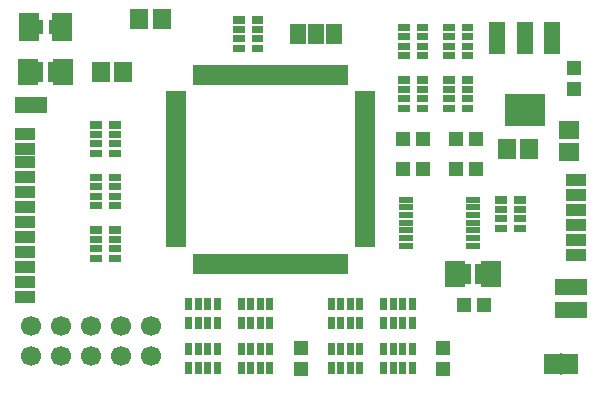
<source format=gts>
G04 DipTrace 3.3.1.1*
G04 TopMask.gts*
%MOIN*%
G04 #@! TF.FileFunction,Soldermask,Top*
G04 #@! TF.Part,Single*
%ADD68C,0.066929*%
%ADD74R,0.066929X0.086614*%
%ADD76R,0.137874X0.107874*%
%ADD78R,0.057874X0.107874*%
%ADD80R,0.047244X0.021654*%
%ADD82R,0.020472X0.066929*%
%ADD84R,0.033071X0.066929*%
%ADD86R,0.066929X0.020472*%
%ADD88R,0.066929X0.033071*%
%ADD92R,0.107874X0.057874*%
%ADD94R,0.053874X0.070874*%
%ADD100R,0.070866X0.03937*%
%ADD102R,0.070866X0.094488*%
%ADD104R,0.051181X0.047244*%
%ADD106R,0.047244X0.051181*%
%ADD108R,0.066929X0.059055*%
%ADD110R,0.059055X0.066929*%
%ADD112R,0.070874X0.039374*%
%FSLAX26Y26*%
G04*
G70*
G90*
G75*
G01*
G04 TopMask*
%LPD*%
D68*
X456201Y596825D3*
X556201D3*
X456201Y496825D3*
X656201D3*
X756201D3*
Y596825D3*
X856201D3*
X556201Y496825D3*
X856201D3*
X656201Y596825D3*
D112*
X2274951Y931201D3*
D110*
X690675Y1443701D3*
X765478D3*
X893602Y1618701D3*
X818799D3*
X2118701Y1187451D3*
X2043898D3*
D108*
X2249951Y1249950D3*
Y1175147D3*
D106*
X2268701Y1387451D3*
Y1454381D3*
D104*
X1900861Y665576D3*
X1967790D3*
D106*
X472736Y1593701D3*
X539665D3*
D102*
X451083D3*
X561319D3*
D100*
X437449Y1093701D3*
D112*
X2274951Y881201D3*
Y1081201D3*
X437450Y1237451D3*
D100*
X437449Y693701D3*
Y743701D3*
Y793701D3*
Y843701D3*
Y893701D3*
Y943701D3*
Y993701D3*
Y1043701D3*
G36*
X655020Y927759D2*
X694388D1*
Y904131D1*
X655020D1*
Y927759D1*
G37*
G36*
Y896259D2*
X694388D1*
Y872643D1*
X655020D1*
Y896259D1*
G37*
G36*
Y864759D2*
X694388D1*
Y841143D1*
X655020D1*
Y864759D1*
G37*
G36*
Y833270D2*
X694388D1*
Y809642D1*
X655020D1*
Y833270D1*
G37*
G36*
X757382Y809642D2*
Y833270D1*
X718013D1*
Y809642D1*
X757382D1*
G37*
G36*
Y841143D2*
Y864759D1*
X718013D1*
Y841143D1*
X757382D1*
G37*
G36*
Y872643D2*
Y896259D1*
X718013D1*
Y872643D1*
X757382D1*
G37*
G36*
Y904131D2*
Y927759D1*
X718013D1*
Y904131D1*
X757382D1*
G37*
G36*
X655020Y1102759D2*
X694388D1*
Y1079131D1*
X655020D1*
Y1102759D1*
G37*
G36*
Y1071259D2*
X694388D1*
Y1047643D1*
X655020D1*
Y1071259D1*
G37*
G36*
Y1039759D2*
X694388D1*
Y1016143D1*
X655020D1*
Y1039759D1*
G37*
G36*
Y1008270D2*
X694388D1*
Y984642D1*
X655020D1*
Y1008270D1*
G37*
G36*
X757382Y984642D2*
Y1008270D1*
X718013D1*
Y984642D1*
X757382D1*
G37*
G36*
Y1016143D2*
Y1039759D1*
X718013D1*
Y1016143D1*
X757382D1*
G37*
G36*
Y1047643D2*
Y1071259D1*
X718013D1*
Y1047643D1*
X757382D1*
G37*
G36*
Y1079131D2*
Y1102759D1*
X718013D1*
Y1079131D1*
X757382D1*
G37*
G36*
X655020Y1277759D2*
X694388D1*
Y1254131D1*
X655020D1*
Y1277759D1*
G37*
G36*
Y1246259D2*
X694388D1*
Y1222643D1*
X655020D1*
Y1246259D1*
G37*
G36*
Y1214759D2*
X694388D1*
Y1191143D1*
X655020D1*
Y1214759D1*
G37*
G36*
Y1183270D2*
X694388D1*
Y1159642D1*
X655020D1*
Y1183270D1*
G37*
G36*
X757382Y1159642D2*
Y1183270D1*
X718013D1*
Y1159642D1*
X757382D1*
G37*
G36*
Y1191143D2*
Y1214759D1*
X718013D1*
Y1191143D1*
X757382D1*
G37*
G36*
Y1222643D2*
Y1246259D1*
X718013D1*
Y1222643D1*
X757382D1*
G37*
G36*
Y1254131D2*
Y1277759D1*
X718013D1*
Y1254131D1*
X757382D1*
G37*
G36*
X1232382Y1509642D2*
X1193013D1*
Y1533270D1*
X1232382D1*
Y1509642D1*
G37*
G36*
Y1541143D2*
X1193013D1*
Y1564759D1*
X1232382D1*
Y1541143D1*
G37*
G36*
Y1572643D2*
X1193013D1*
Y1596259D1*
X1232382D1*
Y1572643D1*
G37*
G36*
Y1604131D2*
X1193013D1*
Y1627759D1*
X1232382D1*
Y1604131D1*
G37*
G36*
X1130020Y1627759D2*
Y1604131D1*
X1169388D1*
Y1627759D1*
X1130020D1*
G37*
G36*
Y1596259D2*
Y1572643D1*
X1169388D1*
Y1596259D1*
X1130020D1*
G37*
G36*
Y1564759D2*
Y1541143D1*
X1169388D1*
Y1564759D1*
X1130020D1*
G37*
G36*
Y1533270D2*
Y1509642D1*
X1169388D1*
Y1533270D1*
X1130020D1*
G37*
D112*
X2274950Y981201D3*
D94*
X1466201Y1568701D3*
X1406201D3*
X1346201D3*
G36*
X2220698Y432701D2*
X2226704D1*
Y504701D1*
X2220698D1*
Y432701D1*
G37*
D94*
X2193701Y468701D3*
X2253701D3*
D92*
X2256201Y649951D3*
X456201Y1331201D3*
D112*
X437449Y1143701D3*
X2274950Y831201D3*
D92*
X2256201Y724951D3*
D106*
X1697736Y1218701D3*
X1764665D3*
X1697736Y1118701D3*
X1764665D3*
X1872736D3*
X1939665D3*
Y1218701D3*
X1872736D3*
D104*
X1356201Y453987D3*
Y520916D3*
X1831201Y453987D3*
Y520916D3*
D112*
X2274951Y1031201D3*
G36*
X2005020Y1027759D2*
X2044388D1*
Y1004131D1*
X2005020D1*
Y1027759D1*
G37*
G36*
Y996259D2*
X2044388D1*
Y972643D1*
X2005020D1*
Y996259D1*
G37*
G36*
Y964759D2*
X2044388D1*
Y941143D1*
X2005020D1*
Y964759D1*
G37*
G36*
Y933270D2*
X2044388D1*
Y909642D1*
X2005020D1*
Y933270D1*
G37*
G36*
X2107382Y909642D2*
Y933270D1*
X2068013D1*
Y909642D1*
X2107382D1*
G37*
G36*
Y941143D2*
Y964759D1*
X2068013D1*
Y941143D1*
X2107382D1*
G37*
G36*
Y972643D2*
Y996259D1*
X2068013D1*
Y972643D1*
X2107382D1*
G37*
G36*
Y1004131D2*
Y1027759D1*
X2068013D1*
Y1004131D1*
X2107382D1*
G37*
G36*
X1680020Y1602759D2*
X1719388D1*
Y1579131D1*
X1680020D1*
Y1602759D1*
G37*
G36*
Y1571259D2*
X1719388D1*
Y1547643D1*
X1680020D1*
Y1571259D1*
G37*
G36*
Y1539759D2*
X1719388D1*
Y1516143D1*
X1680020D1*
Y1539759D1*
G37*
G36*
Y1508270D2*
X1719388D1*
Y1484642D1*
X1680020D1*
Y1508270D1*
G37*
G36*
X1782382Y1484642D2*
Y1508270D1*
X1743013D1*
Y1484642D1*
X1782382D1*
G37*
G36*
Y1516143D2*
Y1539759D1*
X1743013D1*
Y1516143D1*
X1782382D1*
G37*
G36*
Y1547643D2*
Y1571259D1*
X1743013D1*
Y1547643D1*
X1782382D1*
G37*
G36*
Y1579131D2*
Y1602759D1*
X1743013D1*
Y1579131D1*
X1782382D1*
G37*
G36*
X1830020Y1602759D2*
X1869388D1*
Y1579131D1*
X1830020D1*
Y1602759D1*
G37*
G36*
Y1571259D2*
X1869388D1*
Y1547643D1*
X1830020D1*
Y1571259D1*
G37*
G36*
Y1539759D2*
X1869388D1*
Y1516143D1*
X1830020D1*
Y1539759D1*
G37*
G36*
Y1508270D2*
X1869388D1*
Y1484642D1*
X1830020D1*
Y1508270D1*
G37*
G36*
X1932382Y1484642D2*
Y1508270D1*
X1893013D1*
Y1484642D1*
X1932382D1*
G37*
G36*
Y1516143D2*
Y1539759D1*
X1893013D1*
Y1516143D1*
X1932382D1*
G37*
G36*
Y1547643D2*
Y1571259D1*
X1893013D1*
Y1547643D1*
X1932382D1*
G37*
G36*
Y1579131D2*
Y1602759D1*
X1893013D1*
Y1579131D1*
X1932382D1*
G37*
G36*
X1680020Y1427759D2*
X1719388D1*
Y1404131D1*
X1680020D1*
Y1427759D1*
G37*
G36*
Y1396259D2*
X1719388D1*
Y1372643D1*
X1680020D1*
Y1396259D1*
G37*
G36*
Y1364759D2*
X1719388D1*
Y1341143D1*
X1680020D1*
Y1364759D1*
G37*
G36*
Y1333270D2*
X1719388D1*
Y1309642D1*
X1680020D1*
Y1333270D1*
G37*
G36*
X1782382Y1309642D2*
Y1333270D1*
X1743013D1*
Y1309642D1*
X1782382D1*
G37*
G36*
Y1341143D2*
Y1364759D1*
X1743013D1*
Y1341143D1*
X1782382D1*
G37*
G36*
Y1372643D2*
Y1396259D1*
X1743013D1*
Y1372643D1*
X1782382D1*
G37*
G36*
Y1404131D2*
Y1427759D1*
X1743013D1*
Y1404131D1*
X1782382D1*
G37*
G36*
X1830020Y1427759D2*
X1869388D1*
Y1404131D1*
X1830020D1*
Y1427759D1*
G37*
G36*
Y1396259D2*
X1869388D1*
Y1372643D1*
X1830020D1*
Y1396259D1*
G37*
G36*
Y1364759D2*
X1869388D1*
Y1341143D1*
X1830020D1*
Y1364759D1*
G37*
G36*
Y1333270D2*
X1869388D1*
Y1309642D1*
X1830020D1*
Y1333270D1*
G37*
G36*
X1932382Y1309642D2*
Y1333270D1*
X1893013D1*
Y1309642D1*
X1932382D1*
G37*
G36*
Y1341143D2*
Y1364759D1*
X1893013D1*
Y1341143D1*
X1932382D1*
G37*
G36*
Y1372643D2*
Y1396259D1*
X1893013D1*
Y1372643D1*
X1932382D1*
G37*
G36*
Y1404131D2*
Y1427759D1*
X1893013D1*
Y1404131D1*
X1932382D1*
G37*
G36*
X1090259Y688631D2*
X1066631D1*
Y649263D1*
X1090259D1*
Y688631D1*
G37*
G36*
X1058759D2*
X1035143D1*
Y649263D1*
X1058759D1*
Y688631D1*
G37*
G36*
X1027259D2*
X1003643D1*
Y649263D1*
X1027259D1*
Y688631D1*
G37*
G36*
X995770D2*
X972142D1*
Y649263D1*
X995770D1*
Y688631D1*
G37*
G36*
X972142Y586269D2*
X995770D1*
Y625638D1*
X972142D1*
Y586269D1*
G37*
G36*
X1003643D2*
X1027259D1*
Y625638D1*
X1003643D1*
Y586269D1*
G37*
G36*
X1035143D2*
X1058759D1*
Y625638D1*
X1035143D1*
Y586269D1*
G37*
G36*
X1066631D2*
X1090259D1*
Y625638D1*
X1066631D1*
Y586269D1*
G37*
G36*
X1090259Y538633D2*
X1066631D1*
Y499264D1*
X1090259D1*
Y538633D1*
G37*
G36*
X1058759D2*
X1035143D1*
Y499264D1*
X1058759D1*
Y538633D1*
G37*
G36*
X1027259D2*
X1003643D1*
Y499264D1*
X1027259D1*
Y538633D1*
G37*
G36*
X995770D2*
X972142D1*
Y499264D1*
X995770D1*
Y538633D1*
G37*
G36*
X972142Y436270D2*
X995770D1*
Y475639D1*
X972142D1*
Y436270D1*
G37*
G36*
X1003643D2*
X1027259D1*
Y475639D1*
X1003643D1*
Y436270D1*
G37*
G36*
X1035143D2*
X1058759D1*
Y475639D1*
X1035143D1*
Y436270D1*
G37*
G36*
X1066631D2*
X1090259D1*
Y475639D1*
X1066631D1*
Y436270D1*
G37*
G36*
X1265259Y688631D2*
X1241631D1*
Y649263D1*
X1265259D1*
Y688631D1*
G37*
G36*
X1233759D2*
X1210143D1*
Y649263D1*
X1233759D1*
Y688631D1*
G37*
G36*
X1202259D2*
X1178643D1*
Y649263D1*
X1202259D1*
Y688631D1*
G37*
G36*
X1170770D2*
X1147142D1*
Y649263D1*
X1170770D1*
Y688631D1*
G37*
G36*
X1147142Y586269D2*
X1170770D1*
Y625638D1*
X1147142D1*
Y586269D1*
G37*
G36*
X1178643D2*
X1202259D1*
Y625638D1*
X1178643D1*
Y586269D1*
G37*
G36*
X1210143D2*
X1233759D1*
Y625638D1*
X1210143D1*
Y586269D1*
G37*
G36*
X1241631D2*
X1265259D1*
Y625638D1*
X1241631D1*
Y586269D1*
G37*
G36*
X1265259Y538633D2*
X1241631D1*
Y499264D1*
X1265259D1*
Y538633D1*
G37*
G36*
X1233759D2*
X1210143D1*
Y499264D1*
X1233759D1*
Y538633D1*
G37*
G36*
X1202259D2*
X1178643D1*
Y499264D1*
X1202259D1*
Y538633D1*
G37*
G36*
X1170770D2*
X1147142D1*
Y499264D1*
X1170770D1*
Y538633D1*
G37*
G36*
X1147142Y436270D2*
X1170770D1*
Y475639D1*
X1147142D1*
Y436270D1*
G37*
G36*
X1178643D2*
X1202259D1*
Y475639D1*
X1178643D1*
Y436270D1*
G37*
G36*
X1210143D2*
X1233759D1*
Y475639D1*
X1210143D1*
Y436270D1*
G37*
G36*
X1241631D2*
X1265259D1*
Y475639D1*
X1241631D1*
Y436270D1*
G37*
G36*
X1565259Y688631D2*
X1541631D1*
Y649263D1*
X1565259D1*
Y688631D1*
G37*
G36*
X1533759D2*
X1510143D1*
Y649263D1*
X1533759D1*
Y688631D1*
G37*
G36*
X1502259D2*
X1478643D1*
Y649263D1*
X1502259D1*
Y688631D1*
G37*
G36*
X1470770D2*
X1447142D1*
Y649263D1*
X1470770D1*
Y688631D1*
G37*
G36*
X1447142Y586269D2*
X1470770D1*
Y625638D1*
X1447142D1*
Y586269D1*
G37*
G36*
X1478643D2*
X1502259D1*
Y625638D1*
X1478643D1*
Y586269D1*
G37*
G36*
X1510143D2*
X1533759D1*
Y625638D1*
X1510143D1*
Y586269D1*
G37*
G36*
X1541631D2*
X1565259D1*
Y625638D1*
X1541631D1*
Y586269D1*
G37*
G36*
X1565259Y538633D2*
X1541631D1*
Y499264D1*
X1565259D1*
Y538633D1*
G37*
G36*
X1533759D2*
X1510143D1*
Y499264D1*
X1533759D1*
Y538633D1*
G37*
G36*
X1502259D2*
X1478643D1*
Y499264D1*
X1502259D1*
Y538633D1*
G37*
G36*
X1470770D2*
X1447142D1*
Y499264D1*
X1470770D1*
Y538633D1*
G37*
G36*
X1447142Y436270D2*
X1470770D1*
Y475639D1*
X1447142D1*
Y436270D1*
G37*
G36*
X1478643D2*
X1502259D1*
Y475639D1*
X1478643D1*
Y436270D1*
G37*
G36*
X1510143D2*
X1533759D1*
Y475639D1*
X1510143D1*
Y436270D1*
G37*
G36*
X1541631D2*
X1565259D1*
Y475639D1*
X1541631D1*
Y436270D1*
G37*
G36*
X1740259Y688631D2*
X1716631D1*
Y649263D1*
X1740259D1*
Y688631D1*
G37*
G36*
X1708759D2*
X1685143D1*
Y649263D1*
X1708759D1*
Y688631D1*
G37*
G36*
X1677259D2*
X1653643D1*
Y649263D1*
X1677259D1*
Y688631D1*
G37*
G36*
X1645770D2*
X1622142D1*
Y649263D1*
X1645770D1*
Y688631D1*
G37*
G36*
X1622142Y586269D2*
X1645770D1*
Y625638D1*
X1622142D1*
Y586269D1*
G37*
G36*
X1653643D2*
X1677259D1*
Y625638D1*
X1653643D1*
Y586269D1*
G37*
G36*
X1685143D2*
X1708759D1*
Y625638D1*
X1685143D1*
Y586269D1*
G37*
G36*
X1716631D2*
X1740259D1*
Y625638D1*
X1716631D1*
Y586269D1*
G37*
G36*
X1740259Y538633D2*
X1716631D1*
Y499264D1*
X1740259D1*
Y538633D1*
G37*
G36*
X1708759D2*
X1685143D1*
Y499264D1*
X1708759D1*
Y538633D1*
G37*
G36*
X1677259D2*
X1653643D1*
Y499264D1*
X1677259D1*
Y538633D1*
G37*
G36*
X1645770D2*
X1622142D1*
Y499264D1*
X1645770D1*
Y538633D1*
G37*
G36*
X1622142Y436270D2*
X1645770D1*
Y475639D1*
X1622142D1*
Y436270D1*
G37*
G36*
X1653643D2*
X1677259D1*
Y475639D1*
X1653643D1*
Y436270D1*
G37*
G36*
X1685143D2*
X1708759D1*
Y475639D1*
X1685143D1*
Y436270D1*
G37*
G36*
X1716631D2*
X1740259D1*
Y475639D1*
X1716631D1*
Y436270D1*
G37*
D112*
X437449Y1187451D3*
D88*
X941240Y1361220D3*
D86*
Y1335236D3*
Y1315551D3*
Y1295866D3*
Y1276181D3*
Y1256496D3*
Y1236811D3*
Y1217126D3*
Y1197441D3*
Y1177756D3*
Y1158071D3*
Y1138386D3*
Y1118701D3*
Y1099016D3*
Y1079331D3*
Y1059646D3*
Y1039961D3*
Y1020276D3*
Y1000591D3*
Y980906D3*
Y961220D3*
Y941535D3*
Y921850D3*
Y902165D3*
D88*
Y876181D3*
D84*
X1013681Y803740D3*
D82*
X1039665D3*
X1059350D3*
X1079035D3*
X1098720D3*
X1118406D3*
X1138091D3*
X1157776D3*
X1177461D3*
X1197146D3*
X1216831D3*
X1236516D3*
X1256201D3*
X1275886D3*
X1295571D3*
X1315256D3*
X1334941D3*
X1354626D3*
X1374311D3*
X1393996D3*
X1413681D3*
X1433366D3*
X1453051D3*
X1472736D3*
D84*
X1498720D3*
D88*
X1571161Y876181D3*
D86*
Y902165D3*
Y921850D3*
Y941535D3*
Y961220D3*
Y980906D3*
Y1000591D3*
Y1020276D3*
Y1039961D3*
Y1059646D3*
Y1079331D3*
Y1099016D3*
Y1118701D3*
Y1138386D3*
Y1158071D3*
Y1177756D3*
Y1197441D3*
Y1217126D3*
Y1236811D3*
Y1256496D3*
Y1276181D3*
Y1295866D3*
Y1315551D3*
Y1335236D3*
D88*
Y1361220D3*
D84*
X1498720Y1433661D3*
D82*
X1472736D3*
X1453051D3*
X1433366D3*
X1413681D3*
X1393996D3*
X1374311D3*
X1354626D3*
X1334941D3*
X1315256D3*
X1295571D3*
X1275886D3*
X1256201D3*
X1236516D3*
X1216831D3*
X1197146D3*
X1177461D3*
X1157776D3*
X1138091D3*
X1118406D3*
X1098720D3*
X1079035D3*
X1059350D3*
X1039665D3*
D84*
X1013681D3*
D80*
X1707480Y1017348D3*
Y991757D3*
Y966167D3*
Y940576D3*
Y914986D3*
Y889395D3*
Y863804D3*
X1929921D3*
Y889395D3*
Y914986D3*
Y940576D3*
Y966167D3*
Y991757D3*
Y1017348D3*
D78*
X2193701Y1556201D3*
X2102701D3*
X2011701D3*
D76*
X2102701Y1315201D3*
D74*
X1872146Y768701D3*
X1990256D3*
D110*
X1893799D3*
X1968602D3*
D74*
X447146Y1443701D3*
X565256D3*
D110*
X468799D3*
X543602D3*
M02*

</source>
